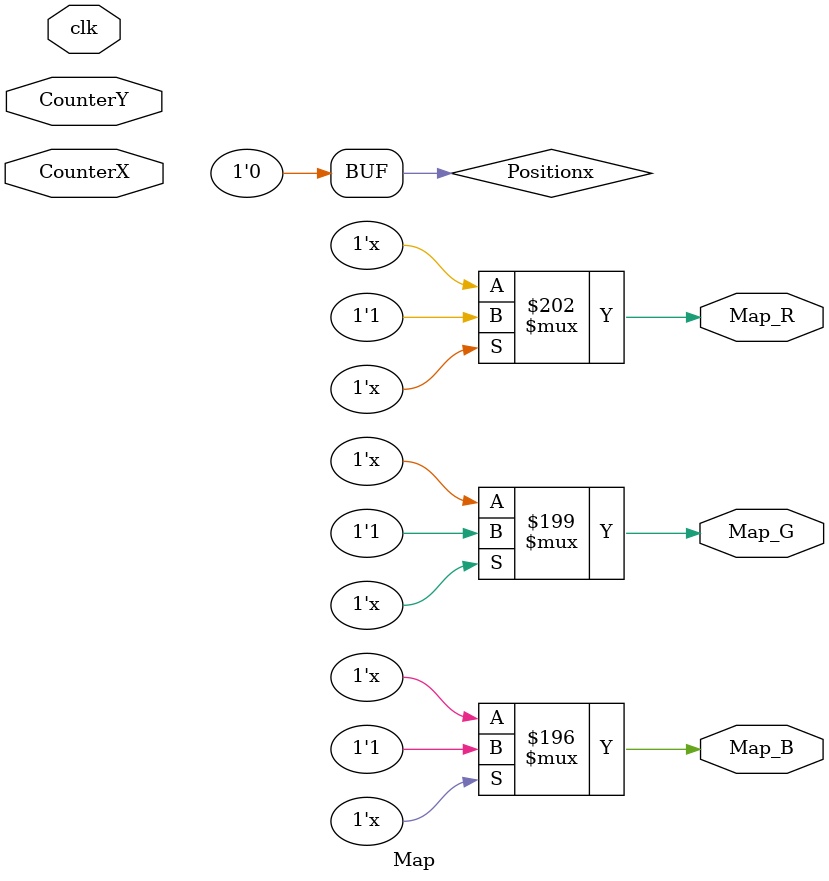
<source format=v>
`timescale 1ns / 1ps
module Map(clk,CounterX,CounterY,Map_R,Map_G,Map_B);
input [24:0]clk;
input [9:0] CounterX;
input [8:0] CounterY;
output reg Map_R,Map_G,Map_B;
reg Ground,Road,Border,block,g1;
reg [5:0] Positiony;
reg Positionx=0;
always @ (posedge clk[17])//32778
if (Positiony == 480) Positiony <= 0;
else  Positiony <= Positiony + 2; 

always @ (CounterX or CounterY)
begin


Ground <= ((CounterX>=0 && CounterX<=80 && CounterY>=0 && CounterY<=480) ||
			 (CounterX>=560 && CounterX<=640 && CounterY>=0 && CounterY<=480) );
Border <= ((CounterX>=80 && CounterX<=81 && CounterY>=0 && CounterY<=480 )
			||  (CounterX>=319 && CounterX<=320 && CounterY>=0 && CounterY<=480)
			||  (CounterX>=320 && CounterX<=321 && CounterY>=0 && CounterY<=480)
			||  (CounterX>=559 && CounterX<=560 && CounterY>=0 && CounterY<=480));
Road   <=(  (CounterX>=81 && CounterX <= 196 && CounterY>=0 && CounterY<=480)
			|| (CounterX>=204 && CounterX <= 319 && CounterY>=0 && CounterY<=480)
			|| (CounterX>=321 && CounterX <= 436 && CounterY>=0 && CounterY<=480)
			|| (CounterX>=444 && CounterX <= 559 && CounterY>=0 && CounterY<=480) ) ;
block  <= (( (CounterX>=196 && CounterX <= 204 )|| (CounterX>=436 && CounterX <= 444 ) )
			&&(( CounterY>=0+Positiony && CounterY<=20+Positiony)     ||(CounterY>=40+Positiony && CounterY<=60+Positiony)    ||( CounterY>=80+Positiony && CounterY<=100+Positiony)  
			||( CounterY>=120+Positiony &&CounterY<=140+Positiony)   ||( CounterY>=160+Positiony && CounterY<=180+Positiony)  ||( CounterY>=200+Positiony && CounterY<=220+Positiony) 
			||( CounterY>=240+Positiony && CounterY<=260+Positiony)  ||(CounterY>=280+Positiony && CounterY<=300+Positiony)   ||( CounterY>=320+Positiony && CounterY<=340+Positiony)  
			||( CounterY>=360+Positiony && CounterY<=380+Positiony)  ||( CounterY>=400+Positiony &&CounterY<=420+Positiony)   ||( CounterY>=440+Positiony && CounterY<=460+Positiony) ) ) ;

if((CounterX>=0) && (CounterX<=80))
			g1  <= ((((CounterX + (CounterY-Positiony/2))% 16 <= 5) ) && (CounterY >=0 ) && (CounterY<=480));
else if((CounterX>=559) && (CounterX<=640))
			g1  <= ((((CounterX + (CounterY-Positiony/2))% 16 <= 5) ) && (CounterY>=0) && (CounterY<=480));
else 
			g1<=0;
if(block==1)
	begin
	Map_R = 1;
	Map_G = 1;
	Map_B = 1;
	end
else
	begin
	Map_R = ( Road   )& ~Border;
	Map_G = ( Road |g1 )& ~Border ;
	Map_B = ( Road | block  ) & ~Border ;
	end

end

endmodule

</source>
